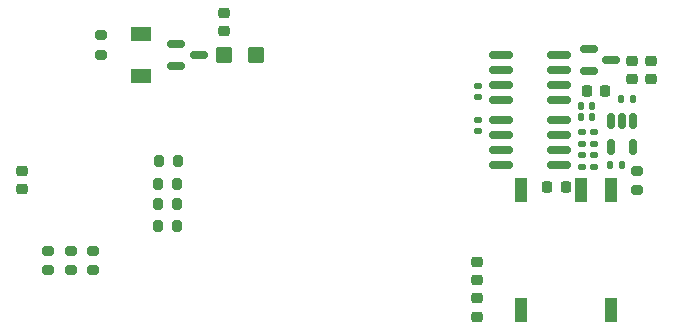
<source format=gbr>
%TF.GenerationSoftware,KiCad,Pcbnew,(6.0.8-1)-1*%
%TF.CreationDate,2022-11-22T09:59:05-05:00*%
%TF.ProjectId,encoder_driver,656e636f-6465-4725-9f64-72697665722e,rev?*%
%TF.SameCoordinates,Original*%
%TF.FileFunction,Paste,Top*%
%TF.FilePolarity,Positive*%
%FSLAX46Y46*%
G04 Gerber Fmt 4.6, Leading zero omitted, Abs format (unit mm)*
G04 Created by KiCad (PCBNEW (6.0.8-1)-1) date 2022-11-22 09:59:05*
%MOMM*%
%LPD*%
G01*
G04 APERTURE LIST*
G04 Aperture macros list*
%AMRoundRect*
0 Rectangle with rounded corners*
0 $1 Rounding radius*
0 $2 $3 $4 $5 $6 $7 $8 $9 X,Y pos of 4 corners*
0 Add a 4 corners polygon primitive as box body*
4,1,4,$2,$3,$4,$5,$6,$7,$8,$9,$2,$3,0*
0 Add four circle primitives for the rounded corners*
1,1,$1+$1,$2,$3*
1,1,$1+$1,$4,$5*
1,1,$1+$1,$6,$7*
1,1,$1+$1,$8,$9*
0 Add four rect primitives between the rounded corners*
20,1,$1+$1,$2,$3,$4,$5,0*
20,1,$1+$1,$4,$5,$6,$7,0*
20,1,$1+$1,$6,$7,$8,$9,0*
20,1,$1+$1,$8,$9,$2,$3,0*%
G04 Aperture macros list end*
%ADD10RoundRect,0.225000X0.225000X0.250000X-0.225000X0.250000X-0.225000X-0.250000X0.225000X-0.250000X0*%
%ADD11RoundRect,0.225000X-0.250000X0.225000X-0.250000X-0.225000X0.250000X-0.225000X0.250000X0.225000X0*%
%ADD12RoundRect,0.200000X0.200000X0.275000X-0.200000X0.275000X-0.200000X-0.275000X0.200000X-0.275000X0*%
%ADD13RoundRect,0.140000X0.170000X-0.140000X0.170000X0.140000X-0.170000X0.140000X-0.170000X-0.140000X0*%
%ADD14RoundRect,0.225000X0.250000X-0.225000X0.250000X0.225000X-0.250000X0.225000X-0.250000X-0.225000X0*%
%ADD15RoundRect,0.200000X0.275000X-0.200000X0.275000X0.200000X-0.275000X0.200000X-0.275000X-0.200000X0*%
%ADD16RoundRect,0.135000X-0.185000X0.135000X-0.185000X-0.135000X0.185000X-0.135000X0.185000X0.135000X0*%
%ADD17RoundRect,0.135000X0.135000X0.185000X-0.135000X0.185000X-0.135000X-0.185000X0.135000X-0.185000X0*%
%ADD18RoundRect,0.225000X-0.225000X-0.250000X0.225000X-0.250000X0.225000X0.250000X-0.225000X0.250000X0*%
%ADD19RoundRect,0.140000X-0.170000X0.140000X-0.170000X-0.140000X0.170000X-0.140000X0.170000X0.140000X0*%
%ADD20RoundRect,0.150000X-0.825000X-0.150000X0.825000X-0.150000X0.825000X0.150000X-0.825000X0.150000X0*%
%ADD21RoundRect,0.150000X0.825000X0.150000X-0.825000X0.150000X-0.825000X-0.150000X0.825000X-0.150000X0*%
%ADD22RoundRect,0.135000X0.185000X-0.135000X0.185000X0.135000X-0.185000X0.135000X-0.185000X-0.135000X0*%
%ADD23RoundRect,0.150000X-0.587500X-0.150000X0.587500X-0.150000X0.587500X0.150000X-0.587500X0.150000X0*%
%ADD24RoundRect,0.200000X-0.275000X0.200000X-0.275000X-0.200000X0.275000X-0.200000X0.275000X0.200000X0*%
%ADD25RoundRect,0.150000X-0.150000X0.512500X-0.150000X-0.512500X0.150000X-0.512500X0.150000X0.512500X0*%
%ADD26R,1.700000X1.300000*%
%ADD27R,1.000000X2.100000*%
%ADD28RoundRect,0.135000X-0.135000X-0.185000X0.135000X-0.185000X0.135000X0.185000X-0.135000X0.185000X0*%
%ADD29RoundRect,0.140000X-0.140000X-0.170000X0.140000X-0.170000X0.140000X0.170000X-0.140000X0.170000X0*%
%ADD30RoundRect,0.250000X-0.450000X-0.425000X0.450000X-0.425000X0.450000X0.425000X-0.450000X0.425000X0*%
G04 APERTURE END LIST*
D10*
%TO.C,C4*%
X146205400Y-82206400D03*
X144655400Y-82206400D03*
%TD*%
D11*
%TO.C,C15*%
X153450000Y-71505000D03*
X153450000Y-73055000D03*
%TD*%
D12*
%TO.C,R6*%
X113325000Y-83600000D03*
X111675000Y-83600000D03*
%TD*%
D13*
%TO.C,C5*%
X138800000Y-74560000D03*
X138800000Y-73600000D03*
%TD*%
D14*
%TO.C,C10*%
X138700000Y-90080000D03*
X138700000Y-88530000D03*
%TD*%
D15*
%TO.C,R15*%
X152263000Y-82435000D03*
X152263000Y-80785000D03*
%TD*%
D16*
%TO.C,R11*%
X148600000Y-79460000D03*
X148600000Y-80480000D03*
%TD*%
D17*
%TO.C,R12*%
X151020000Y-80280000D03*
X150000000Y-80280000D03*
%TD*%
D18*
%TO.C,C16*%
X148025000Y-74080000D03*
X149575000Y-74080000D03*
%TD*%
D14*
%TO.C,C2*%
X117250000Y-69000000D03*
X117250000Y-67450000D03*
%TD*%
D19*
%TO.C,C6*%
X138800000Y-76480000D03*
X138800000Y-77440000D03*
%TD*%
D20*
%TO.C,U6*%
X140725000Y-76466000D03*
X140725000Y-77736000D03*
X140725000Y-79006000D03*
X140725000Y-80276000D03*
X145675000Y-80276000D03*
X145675000Y-79006000D03*
X145675000Y-77736000D03*
X145675000Y-76466000D03*
%TD*%
D12*
%TO.C,R4*%
X113425000Y-80000000D03*
X111775000Y-80000000D03*
%TD*%
D16*
%TO.C,R14*%
X147600000Y-77470000D03*
X147600000Y-78490000D03*
%TD*%
D11*
%TO.C,C9*%
X138700000Y-91605000D03*
X138700000Y-93155000D03*
%TD*%
D21*
%TO.C,U5*%
X145675000Y-74785000D03*
X145675000Y-73515000D03*
X145675000Y-72245000D03*
X145675000Y-70975000D03*
X140725000Y-70975000D03*
X140725000Y-72245000D03*
X140725000Y-73515000D03*
X140725000Y-74785000D03*
%TD*%
D22*
%TO.C,R13*%
X147600000Y-80480000D03*
X147600000Y-79460000D03*
%TD*%
D23*
%TO.C,Q1*%
X113252500Y-70060000D03*
X113252500Y-71960000D03*
X115127500Y-71010000D03*
%TD*%
D24*
%TO.C,R2*%
X104300000Y-87575000D03*
X104300000Y-89225000D03*
%TD*%
D23*
%TO.C,U3*%
X148200000Y-70480000D03*
X148200000Y-72380000D03*
X150075000Y-71430000D03*
%TD*%
D25*
%TO.C,U2*%
X151950000Y-76542500D03*
X151000000Y-76542500D03*
X150050000Y-76542500D03*
X150050000Y-78817500D03*
X151950000Y-78817500D03*
%TD*%
D26*
%TO.C,D1*%
X110250000Y-72750000D03*
X110250000Y-69250000D03*
%TD*%
D14*
%TO.C,C1*%
X100150000Y-82325000D03*
X100150000Y-80775000D03*
%TD*%
D27*
%TO.C,U4*%
X150010000Y-82400000D03*
X147470000Y-82400000D03*
X142390000Y-82400000D03*
X142390000Y-92560000D03*
X150010000Y-92560000D03*
%TD*%
D11*
%TO.C,C17*%
X151850000Y-71505000D03*
X151850000Y-73055000D03*
%TD*%
D16*
%TO.C,R9*%
X148600000Y-77470000D03*
X148600000Y-78490000D03*
%TD*%
D24*
%TO.C,R3*%
X106200000Y-87575000D03*
X106200000Y-89225000D03*
%TD*%
D28*
%TO.C,R10*%
X150890000Y-74680000D03*
X151910000Y-74680000D03*
%TD*%
D29*
%TO.C,C11*%
X147520000Y-76280000D03*
X148480000Y-76280000D03*
%TD*%
D12*
%TO.C,R7*%
X113325000Y-85500000D03*
X111675000Y-85500000D03*
%TD*%
%TO.C,R5*%
X113325000Y-81900000D03*
X111675000Y-81900000D03*
%TD*%
D30*
%TO.C,C3*%
X117300000Y-71000000D03*
X120000000Y-71000000D03*
%TD*%
D24*
%TO.C,R1*%
X102400000Y-87575000D03*
X102400000Y-89225000D03*
%TD*%
D29*
%TO.C,C8*%
X147520000Y-75280000D03*
X148480000Y-75280000D03*
%TD*%
D24*
%TO.C,R8*%
X106831600Y-69313400D03*
X106831600Y-70963400D03*
%TD*%
M02*

</source>
